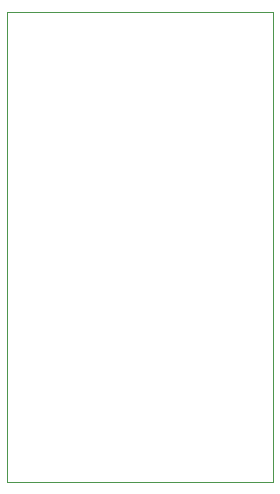
<source format=gbr>
%TF.GenerationSoftware,KiCad,Pcbnew,(5.99.0-2858-ga3fc028c9)*%
%TF.CreationDate,2020-08-19T12:09:40+03:00*%
%TF.ProjectId,leo-fuzz-box,6c656f2d-6675-47a7-9a2d-626f782e6b69,rev?*%
%TF.SameCoordinates,Original*%
%TF.FileFunction,Profile,NP*%
%FSLAX46Y46*%
G04 Gerber Fmt 4.6, Leading zero omitted, Abs format (unit mm)*
G04 Created by KiCad (PCBNEW (5.99.0-2858-ga3fc028c9)) date 2020-08-19 12:09:40*
%MOMM*%
%LPD*%
G01*
G04 APERTURE LIST*
%TA.AperFunction,Profile*%
%ADD10C,0.100000*%
%TD*%
G04 APERTURE END LIST*
D10*
X88519000Y-37338000D02*
X110998000Y-37338000D01*
X110998000Y-37338000D02*
X110998000Y-77089000D01*
X110998000Y-77089000D02*
X88519000Y-77089000D01*
X88519000Y-77089000D02*
X88519000Y-37338000D01*
M02*

</source>
